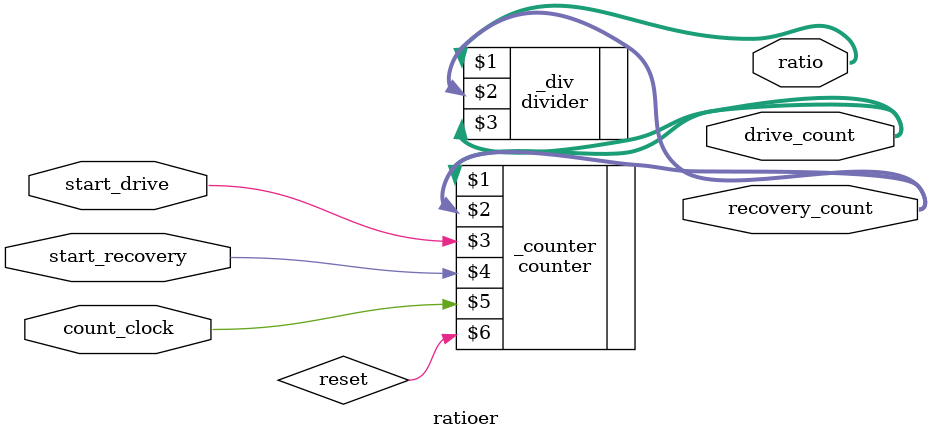
<source format=v>

module ratioer(ratio,start_drive,start_recovery,count_clock,recovery_count,drive_count);
	input start_drive, start_recovery,count_clock;
	output[31:0] ratio;
	output[31:0] recovery_count,drive_count;


	
	counter _counter(drive_count,recovery_count,start_drive,start_recovery,count_clock,reset);
	// counter(drive_count,recovery_count,start_drive,start_recovery,clk);
	
	wire reset;
	
	divider _div(ratio,recovery_count,drive_count);
	

endmodule

/*
Have a counter adding at a certain rate, either incrementing drive or recovery

every time start_drive is high, on the positive edge, calculate the ratio


*/ 
</source>
